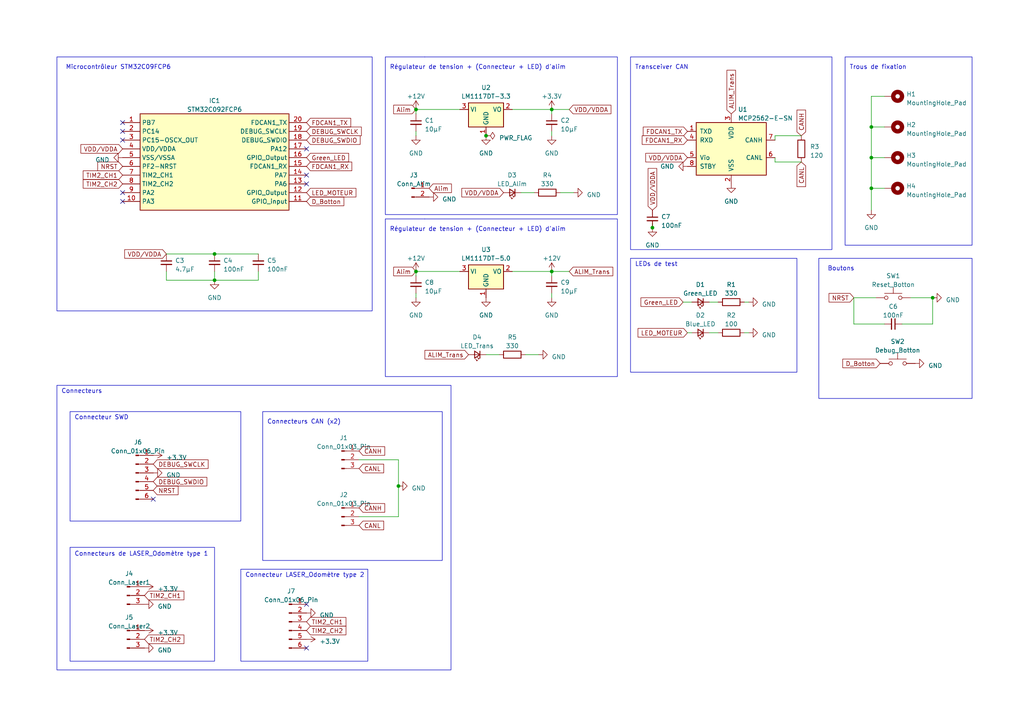
<source format=kicad_sch>
(kicad_sch (version 20250114) (generator "eeschema") (generator_version "9.0")
  (paper "A4")
  (title_block (title "PROJET_CONCEPTION_ODOMETRE") (date "2026-02-10") (rev "1.0") (company "ENSEA"))
  (lib_symbols
    (symbol "Connector:Conn_01x02_Pin" (pin_names (offset 1.016) (hide yes))
      (property "Reference" "J" (at 0 2.54 0))
      (property "Value" "Conn_01x02_Pin" (at 0 -5.08 0))
      (symbol "Conn_01x02_Pin_1_1"
        (rectangle (start 0.8636 0.127) (end 0 -0.127) (stroke (width 0.1524)) (fill (type outline)))
        (rectangle (start 0.8636 -2.413) (end 0 -2.667) (stroke (width 0.1524)) (fill (type outline)))
        (polyline (pts (xy 1.27 0) (xy 0.8636 0)) (stroke (width 0.1524)))
        (polyline (pts (xy 1.27 -2.54) (xy 0.8636 -2.54)) (stroke (width 0.1524)))
        (pin passive line (at 5.08 0 180) (length 3.81) (name "Pin_1") (number "1"))
        (pin passive line (at 5.08 -2.54 180) (length 3.81) (name "Pin_2") (number "2"))
      )
    )
    (symbol "Connector:Conn_01x03_Pin" (pin_names (offset 1.016) (hide yes))
      (property "Reference" "J" (at 0 5.08 0))
      (property "Value" "Conn_01x03_Pin" (at 0 -5.08 0))
      (symbol "Conn_01x03_Pin_1_1"
        (rectangle (start 0.8636 2.667) (end 0 2.413) (stroke (width 0.1524)) (fill (type outline)))
        (rectangle (start 0.8636 0.127) (end 0 -0.127) (stroke (width 0.1524)) (fill (type outline)))
        (rectangle (start 0.8636 -2.413) (end 0 -2.667) (stroke (width 0.1524)) (fill (type outline)))
        (polyline (pts (xy 1.27 2.54) (xy 0.8636 2.54)) (stroke (width 0.1524)))
        (polyline (pts (xy 1.27 0) (xy 0.8636 0)) (stroke (width 0.1524)))
        (polyline (pts (xy 1.27 -2.54) (xy 0.8636 -2.54)) (stroke (width 0.1524)))
        (pin passive line (at 5.08 2.54 180) (length 3.81) (name "Pin_1") (number "1"))
        (pin passive line (at 5.08 0 180) (length 3.81) (name "Pin_2") (number "2"))
        (pin passive line (at 5.08 -2.54 180) (length 3.81) (name "Pin_3") (number "3"))
      )
    )
    (symbol "Connector:Conn_01x06_Pin" (pin_names (offset 1.016) (hide yes))
      (property "Reference" "J" (at 0 7.62 0))
      (property "Value" "Conn_01x06_Pin" (at 0 -10.16 0))
      (symbol "Conn_01x06_Pin_1_1"
        (rectangle (start 0.8636 5.207) (end 0 4.953) (stroke (width 0.1524)) (fill (type outline)))
        (rectangle (start 0.8636 2.667) (end 0 2.413) (stroke (width 0.1524)) (fill (type outline)))
        (rectangle (start 0.8636 0.127) (end 0 -0.127) (stroke (width 0.1524)) (fill (type outline)))
        (rectangle (start 0.8636 -2.413) (end 0 -2.667) (stroke (width 0.1524)) (fill (type outline)))
        (rectangle (start 0.8636 -4.953) (end 0 -5.207) (stroke (width 0.1524)) (fill (type outline)))
        (rectangle (start 0.8636 -7.493) (end 0 -7.747) (stroke (width 0.1524)) (fill (type outline)))
        (polyline (pts (xy 1.27 5.08) (xy 0.8636 5.08)) (stroke (width 0.1524)))
        (polyline (pts (xy 1.27 2.54) (xy 0.8636 2.54)) (stroke (width 0.1524)))
        (polyline (pts (xy 1.27 0) (xy 0.8636 0)) (stroke (width 0.1524)))
        (polyline (pts (xy 1.27 -2.54) (xy 0.8636 -2.54)) (stroke (width 0.1524)))
        (polyline (pts (xy 1.27 -5.08) (xy 0.8636 -5.08)) (stroke (width 0.1524)))
        (polyline (pts (xy 1.27 -7.62) (xy 0.8636 -7.62)) (stroke (width 0.1524)))
        (pin passive line (at 5.08 5.08 180) (length 3.81) (name "Pin_1") (number "1"))
        (pin passive line (at 5.08 2.54 180) (length 3.81) (name "Pin_2") (number "2"))
        (pin passive line (at 5.08 0 180) (length 3.81) (name "Pin_3") (number "3"))
        (pin passive line (at 5.08 -2.54 180) (length 3.81) (name "Pin_4") (number "4"))
        (pin passive line (at 5.08 -5.08 180) (length 3.81) (name "Pin_5") (number "5"))
        (pin passive line (at 5.08 -7.62 180) (length 3.81) (name "Pin_6") (number "6"))
      )
    )
    (symbol "Device:C_Small" (pin_numbers (hide yes)) (pin_names (offset 0.254) (hide yes))
      (property "Reference" "C" (at 0.254 1.778 0))
      (property "Value" "C_Small" (at 0.254 -2.032 0))
      (symbol "C_Small_0_1"
        (polyline (pts (xy -1.524 0.508) (xy 1.524 0.508)) (stroke (width 0.3048)))
        (polyline (pts (xy -1.524 -0.508) (xy 1.524 -0.508)) (stroke (width 0.3302)))
      )
      (symbol "C_Small_1_1"
        (pin passive line (at 0 2.54 270) (length 2.032) (name "~") (number "1"))
        (pin passive line (at 0 -2.54 90) (length 2.032) (name "~") (number "2"))
      )
    )
    (symbol "Device:LED_Small" (pin_numbers (hide yes)) (pin_names (offset 0.254) (hide yes))
      (property "Reference" "D" (at -1.27 3.175 0))
      (property "Value" "LED_Small" (at -4.445 -2.54 0))
      (symbol "LED_Small_0_1"
        (polyline (pts (xy -0.762 -1.016) (xy -0.762 1.016)) (stroke (width 0.254)))
        (polyline (pts (xy 0 0.762) (xy -0.508 1.27) (xy -0.254 1.27) (xy -0.508 1.27) (xy -0.508 1.016)))
        (polyline (pts (xy 0.508 1.27) (xy 0 1.778) (xy 0.254 1.778) (xy 0 1.778) (xy 0 1.524)))
        (polyline (pts (xy 0.762 -1.016) (xy -0.762 0) (xy 0.762 1.016) (xy 0.762 -1.016)) (stroke (width 0.254)))
        (polyline (pts (xy 1.016 0) (xy -0.762 0)))
      )
      (symbol "LED_Small_1_1"
        (pin passive line (at -2.54 0 0) (length 1.778) (name "K") (number "1"))
        (pin passive line (at 2.54 0 180) (length 1.778) (name "A") (number "2"))
      )
    )
    (symbol "Device:R" (pin_numbers (hide yes)) (pin_names (offset 0))
      (property "Reference" "R" (at 2.032 0 90))
      (property "Value" "R" (at 0 0 90))
      (symbol "R_0_1"
        (rectangle (start -1.016 -2.54) (end 1.016 2.54) (stroke (width 0.254)))
      )
      (symbol "R_1_1"
        (pin passive line (at 0 3.81 270) (length 1.27) (name "~") (number "1"))
        (pin passive line (at 0 -3.81 90) (length 1.27) (name "~") (number "2"))
      )
    )
    (symbol "Interface_CAN_LIN:MCP2562-E-SN" (pin_names (offset 1.016))
      (property "Reference" "U" (at -10.16 8.89 0))
      (property "Value" "MCP2562-E-SN" (at 2.54 8.89 0))
      (symbol "MCP2562-E-SN_0_1"
        (rectangle (start -10.16 7.62) (end 10.16 -7.62) (stroke (width 0.254)) (fill (type background)))
      )
      (symbol "MCP2562-E-SN_1_1"
        (pin input line (at -12.7 5.08 0) (length 2.54) (name "TXD") (number "1"))
        (pin output line (at -12.7 2.54 0) (length 2.54) (name "RXD") (number "4"))
        (pin power_in line (at -12.7 -2.54 0) (length 2.54) (name "Vio") (number "5"))
        (pin input line (at -12.7 -5.08 0) (length 2.54) (name "STBY") (number "8"))
        (pin power_in line (at 0 10.16 270) (length 2.54) (name "VDD") (number "3"))
        (pin power_in line (at 0 -10.16 90) (length 2.54) (name "VSS") (number "2"))
        (pin bidirectional line (at 12.7 2.54 180) (length 2.54) (name "CANH") (number "7"))
        (pin bidirectional line (at 12.7 -2.54 180) (length 2.54) (name "CANL") (number "6"))
      )
    )
    (symbol "Mechanical:MountingHole_Pad" (pin_numbers (hide yes)) (pin_names (offset 1.016) (hide yes))
      (property "Reference" "H" (at 0 6.35 0))
      (property "Value" "MountingHole_Pad" (at 0 4.445 0))
      (symbol "MountingHole_Pad_0_1"
        (circle (center 0 1.27) (radius 1.27) (stroke (width 1.27)))
      )
      (symbol "MountingHole_Pad_1_1"
        (pin input line (at 0 -2.54 90) (length 2.54) (name "1") (number "1"))
      )
    )
    (symbol "Regulator_Linear:LM1117DT-3.3"
      (property "Reference" "U" (at -3.81 3.175 0))
      (property "Value" "LM1117DT-3.3" (at 0 3.175 0))
      (symbol "LM1117DT-3.3_0_1"
        (rectangle (start -5.08 -5.08) (end 5.08 1.905) (stroke (width 0.254)) (fill (type background)))
      )
      (symbol "LM1117DT-3.3_1_1"
        (pin power_in line (at -7.62 0 0) (length 2.54) (name "VI") (number "3"))
        (pin power_in line (at 0 -7.62 90) (length 2.54) (name "GND") (number "1"))
        (pin power_out line (at 7.62 0 180) (length 2.54) (name "VO") (number "2"))
      )
    )
    (symbol "Regulator_Linear:LM1117DT-5.0"
      (property "Reference" "U" (at -3.81 3.175 0))
      (property "Value" "LM1117DT-5.0" (at 0 3.175 0))
      (symbol "LM1117DT-5.0_0_1"
        (rectangle (start -5.08 -5.08) (end 5.08 1.905) (stroke (width 0.254)) (fill (type background)))
      )
      (symbol "LM1117DT-5.0_1_1"
        (pin power_in line (at -7.62 0 0) (length 2.54) (name "VI") (number "3"))
        (pin power_in line (at 0 -7.62 90) (length 2.54) (name "GND") (number "1"))
        (pin power_out line (at 7.62 0 180) (length 2.54) (name "VO") (number "2"))
      )
    )
    (symbol "STM32C092FCP6:STM32C092FCP6"
      (property "Reference" "IC1" (at 26.67 6.35 0))
      (property "Value" "STM32C092FCP6" (at 26.67 3.81 0))
      (symbol "STM32C092FCP6_1_1"
        (rectangle (start 5.08 2.54) (end 48.26 -25.4) (stroke (width 0.254)) (fill (type background)))
        (pin passive line (at 0 0 0) (length 5.08) (name "PB7") (number "1"))
        (pin passive line (at 0 -2.54 0) (length 5.08) (name "PC14") (number "2"))
        (pin passive line (at 0 -5.08 0) (length 5.08) (name "PC15-OSCX_OUT") (number "3"))
        (pin passive line (at 0 -7.62 0) (length 5.08) (name "VDD/VDDA") (number "4"))
        (pin passive line (at 0 -10.16 0) (length 5.08) (name "VSS/VSSA") (number "5"))
        (pin passive line (at 0 -12.7 0) (length 5.08) (name "PF2-NRST") (number "6"))
        (pin passive line (at 0 -15.24 0) (length 5.08) (name "TIM2_CH1") (number "7"))
        (pin passive line (at 0 -17.78 0) (length 5.08) (name "TIM2_CH2") (number "8"))
        (pin passive line (at 0 -20.32 0) (length 5.08) (name "PA2") (number "9"))
        (pin passive line (at 0 -22.86 0) (length 5.08) (name "PA3") (number "10"))
        (pin passive line (at 53.34 0 180) (length 5.08) (name "FDCAN1_TX") (number "20"))
        (pin passive line (at 53.34 -2.54 180) (length 5.08) (name "DEBUG_SWCLK") (number "19"))
        (pin passive line (at 53.34 -5.08 180) (length 5.08) (name "DEBUG_SWDIO") (number "18"))
        (pin passive line (at 53.34 -7.62 180) (length 5.08) (name "PA12") (number "17"))
        (pin passive line (at 53.34 -10.16 180) (length 5.08) (name "GPIO_Output") (number "16"))
        (pin passive line (at 53.34 -12.7 180) (length 5.08) (name "FDCAN1_RX") (number "15"))
        (pin passive line (at 53.34 -15.24 180) (length 5.08) (name "PA7") (number "14"))
        (pin passive line (at 53.34 -17.78 180) (length 5.08) (name "PA6") (number "13"))
        (pin passive line (at 53.34 -20.32 180) (length 5.08) (name "GPIO_Output") (number "12"))
        (pin passive line (at 53.34 -22.86 180) (length 5.08) (name "GPIO_input") (number "11"))
      )
    )
    (symbol "Switch:SW_Push" (pin_numbers (hide yes)) (pin_names (offset 1.016) (hide yes))
      (property "Reference" "SW" (at 1.27 2.54 0))
      (property "Value" "SW_Push" (at 0 -1.524 0))
      (symbol "SW_Push_0_1"
        (circle (center -2.032 0) (radius 0.508))
        (polyline (pts (xy 0 1.27) (xy 0 3.048)))
        (circle (center 2.032 0) (radius 0.508))
        (polyline (pts (xy 2.54 1.27) (xy -2.54 1.27)))
        (pin passive line (at -5.08 0 0) (length 2.54) (name "1") (number "1"))
        (pin passive line (at 5.08 0 180) (length 2.54) (name "2") (number "2"))
      )
    )
    (symbol "power:+12V" (power) (pin_names (offset 0))
      (property "Value" "+12V" (at 0 3.556 0))
      (symbol "+12V_0_1"
        (polyline (pts (xy -0.762 1.27) (xy 0 2.54)))
        (polyline (pts (xy 0 2.54) (xy 0.762 1.27)))
        (polyline (pts (xy 0 0) (xy 0 2.54)))
      )
      (symbol "+12V_1_1"
        (pin power_in line (at 0 0 90) (length 0) (hide yes) (name "+12V") (number "1"))
      )
    )
    (symbol "power:+3.3V" (power) (pin_names (offset 0))
      (property "Value" "+3.3V" (at 0 3.556 0))
      (symbol "+3.3V_0_1"
        (polyline (pts (xy -0.762 1.27) (xy 0 2.54)))
        (polyline (pts (xy 0 2.54) (xy 0.762 1.27)))
        (polyline (pts (xy 0 0) (xy 0 2.54)))
      )
      (symbol "+3.3V_1_1"
        (pin power_in line (at 0 0 90) (length 0) (hide yes) (name "+3.3V") (number "1"))
      )
    )
    (symbol "power:GND" (power) (pin_names (offset 0))
      (property "Value" "GND" (at 0 -3.81 0))
      (symbol "GND_0_1"
        (polyline (pts (xy 0 0) (xy 0 -1.27) (xy 1.27 -1.27) (xy 0 -2.54) (xy -1.27 -1.27) (xy 0 -1.27)))
      )
      (symbol "GND_1_1"
        (pin power_in line (at 0 0 270) (length 0) (hide yes) (name "GND") (number "1"))
      )
    )
    (symbol "power:PWR_FLAG" (power) (pin_numbers (hide yes)) (pin_names (offset 0) (hide yes))
      (property "Value" "PWR_FLAG" (at 0 3.81 0))
      (symbol "PWR_FLAG_0_0"
        (pin power_out line (at 0 0 90) (length 0) (name "pwr") (number "1"))
      )
      (symbol "PWR_FLAG_0_1"
        (polyline (pts (xy 0 0) (xy 0 1.27) (xy -1.016 1.905) (xy 0 2.54) (xy 1.016 1.905) (xy 0 1.27)))
      )
    )
  )
  (rectangle (start 16.51 111.76) (end 130.81 194.31))
  (rectangle (start 237.49 74.93) (end 281.94 115.57))
  (rectangle (start 182.88 74.93) (end 231.14 107.95))
  (rectangle (start 76.2 119.38) (end 128.27 162.56))
  (rectangle (start 16.51 16.51) (end 107.95 90.17))
  (rectangle (start 20.32 119.38) (end 69.85 151.13))
  (rectangle (start 123.19 16.51) (end 123.19 16.51))
  (rectangle (start 245.11 16.51) (end 281.94 71.12))
  (rectangle (start 111.76 16.51) (end 179.07 62.23))
  (rectangle (start 111.76 63.5) (end 179.07 109.22))
  (rectangle (start 182.88 16.51) (end 241.3 72.39))
  (rectangle (start 201.93 91.44) (end 201.93 91.44))
  (rectangle (start 20.32 158.75) (end 62.23 191.77))
  (rectangle (start 69.85 165.1) (end 106.68 191.77))
  (rectangle (start 123.19 63.5) (end 123.19 63.5))
  (text "LEDs de test\n" (at 184.15 77.47 0) (effects (font (size 1.27 1.27)) (justify left bottom)))
  (text "Transceiver CAN\n" (at 184.15 20.32 0) (effects (font (size 1.27 1.27)) (justify left bottom)))
  (text "Connecteurs CAN (x2)\n" (at 77.47 123.19 0) (effects (font (size 1.27 1.27)) (justify left bottom)))
  (text "Régulateur de tension + (Connecteur + LED) d'alim" (at 113.03 67.31 0) (effects (font (size 1.27 1.27)) (justify left bottom)))
  (text "Connecteur SWD " (at 21.59 121.92 0) (effects (font (size 1.27 1.27)) (justify left bottom)))
  (text "Connecteurs de LASER_Odomètre type 1\n\n\n\n" (at 21.59 167.64 0) (effects (font (size 1.27 1.27)) (justify left bottom)))
  (text "Connecteurs\n" (at 17.78 114.3 0) (effects (font (size 1.27 1.27)) (justify left bottom)))
  (text "Boutons" (at 240.03 78.74 0) (effects (font (size 1.27 1.27)) (justify left bottom)))
  (text "Régulateur de tension + (Connecteur + LED) d'alim" (at 113.03 20.32 0) (effects (font (size 1.27 1.27)) (justify left bottom)))
  (text "Connecteur LASER_Odomètre type 2\n" (at 71.12 167.64 0) (effects (font (size 1.27 1.27)) (justify left bottom)))
  (text "Microcontrôleur STM32C09FCP6\n" (at 19.05 20.32 0) (effects (font (size 1.27 1.27)) (justify left bottom)))
  (text "Trous de fixation\n" (at 246.38 20.32 0) (effects (font (size 1.27 1.27)) (justify left bottom)))
  (junction (at 62.23 73.66))
  (junction (at 120.65 78.74))
  (junction (at 189.23 66.04))
  (junction (at 252.73 36.83))
  (junction (at 252.73 54.61))
  (junction (at 160.02 78.74))
  (junction (at 160.02 31.75))
  (junction (at 62.23 81.28))
  (junction (at 270.51 86.36))
  (junction (at 252.73 45.72))
  (junction (at 115.57 140.97))
  (junction (at 140.97 39.37))
  (junction (at 120.65 31.75))
  (no_connect (at 88.9 175.26))
  (no_connect (at 35.56 35.56))
  (no_connect (at 88.9 50.8))
  (no_connect (at 88.9 53.34))
  (no_connect (at 44.45 144.78))
  (no_connect (at 35.56 55.88))
  (no_connect (at 88.9 43.18))
  (no_connect (at 35.56 58.42))
  (no_connect (at 88.9 187.96))
  (no_connect (at 35.56 40.64))
  (no_connect (at 35.56 38.1))
  (wire (pts (xy 224.79 39.37) (xy 232.41 39.37)))
  (wire (pts (xy 160.02 39.37) (xy 160.02 38.1)))
  (wire (pts (xy 120.65 78.74) (xy 120.65 80.01)))
  (wire (pts (xy 205.74 96.52) (xy 208.28 96.52)))
  (wire (pts (xy 270.51 93.98) (xy 270.51 86.36)))
  (wire (pts (xy 252.73 36.83) (xy 252.73 45.72)))
  (wire (pts (xy 62.23 78.74) (xy 62.23 81.28)))
  (wire (pts (xy 252.73 45.72) (xy 252.73 54.61)))
  (wire (pts (xy 224.79 45.72) (xy 224.79 46.99)))
  (wire (pts (xy 148.59 31.75) (xy 160.02 31.75)))
  (wire (pts (xy 252.73 27.94) (xy 252.73 36.83)))
  (wire (pts (xy 247.65 86.36) (xy 247.65 93.98)))
  (wire (pts (xy 152.4 102.87) (xy 156.21 102.87)))
  (wire (pts (xy 74.93 78.74) (xy 74.93 81.28)))
  (wire (pts (xy 62.23 81.28) (xy 74.93 81.28)))
  (wire (pts (xy 115.57 149.86) (xy 104.14 149.86)))
  (wire (pts (xy 256.54 27.94) (xy 252.73 27.94)))
  (wire (pts (xy 115.57 140.97) (xy 115.57 149.86)))
  (wire (pts (xy 252.73 36.83) (xy 256.54 36.83)))
  (wire (pts (xy 205.74 87.63) (xy 208.28 87.63)))
  (wire (pts (xy 247.65 93.98) (xy 256.54 93.98)))
  (wire (pts (xy 165.1 31.75) (xy 160.02 31.75)))
  (wire (pts (xy 215.9 96.52) (xy 217.17 96.52)))
  (wire (pts (xy 252.73 54.61) (xy 252.73 60.96)))
  (wire (pts (xy 48.26 78.74) (xy 48.26 81.28)))
  (wire (pts (xy 148.59 78.74) (xy 160.02 78.74)))
  (wire (pts (xy 120.65 31.75) (xy 120.65 33.02)))
  (wire (pts (xy 160.02 86.36) (xy 160.02 85.09)))
  (wire (pts (xy 160.02 78.74) (xy 160.02 80.01)))
  (wire (pts (xy 189.23 66.04) (xy 189.23 64.77)))
  (wire (pts (xy 120.65 31.75) (xy 133.35 31.75)))
  (wire (pts (xy 261.62 93.98) (xy 270.51 93.98)))
  (wire (pts (xy 62.23 73.66) (xy 74.93 73.66)))
  (wire (pts (xy 120.65 78.74) (xy 133.35 78.74)))
  (wire (pts (xy 115.57 133.35) (xy 115.57 140.97)))
  (wire (pts (xy 215.9 87.63) (xy 217.17 87.63)))
  (wire (pts (xy 48.26 73.66) (xy 62.23 73.66)))
  (wire (pts (xy 252.73 45.72) (xy 256.54 45.72)))
  (wire (pts (xy 224.79 46.99) (xy 232.41 46.99)))
  (wire (pts (xy 48.26 81.28) (xy 62.23 81.28)))
  (wire (pts (xy 151.13 55.88) (xy 154.94 55.88)))
  (wire (pts (xy 140.97 102.87) (xy 144.78 102.87)))
  (wire (pts (xy 224.79 40.64) (xy 224.79 39.37)))
  (wire (pts (xy 198.12 87.63) (xy 200.66 87.63)))
  (wire (pts (xy 120.65 85.09) (xy 120.65 86.36)))
  (wire (pts (xy 254 86.36) (xy 247.65 86.36)))
  (wire (pts (xy 120.65 38.1) (xy 120.65 39.37)))
  (wire (pts (xy 252.73 54.61) (xy 256.54 54.61)))
  (wire (pts (xy 104.14 133.35) (xy 115.57 133.35)))
  (wire (pts (xy 162.56 55.88) (xy 166.37 55.88)))
  (wire (pts (xy 165.1 78.74) (xy 160.02 78.74)))
  (wire (pts (xy 270.51 86.36) (xy 264.16 86.36)))
  (wire (pts (xy 199.39 96.52) (xy 200.66 96.52)))
  (wire (pts (xy 160.02 31.75) (xy 160.02 33.02)))
  (global_label "FDCAN1_RX" (shape input) (at 199.39 40.64 180) (property "Intersheetrefs" "${INTERSHEET_REFS}" (effects (hide yes))))
  (global_label "Alim" (shape input) (at 124.46 54.61 0) (property "Intersheetrefs" "${INTERSHEET_REFS}" (effects (hide yes))))
  (global_label "DEBUG_SWCLK" (shape input) (at 44.45 134.62 0) (property "Intersheetrefs" "${INTERSHEET_REFS}" (effects (hide yes))))
  (global_label "Green_LED" (shape input) (at 198.12 87.63 180) (property "Intersheetrefs" "${INTERSHEET_REFS}" (effects (hide yes))))
  (global_label "TIM2_CH2" (shape input) (at 41.91 185.42 0) (property "Intersheetrefs" "${INTERSHEET_REFS}" (effects (hide yes))))
  (global_label "LED_MOTEUR" (shape input) (at 199.39 96.52 180) (property "Intersheetrefs" "${INTERSHEET_REFS}" (effects (hide yes))))
  (global_label "TIM2_CH1" (shape input) (at 35.56 50.8 180) (property "Intersheetrefs" "${INTERSHEET_REFS}" (effects (hide yes))))
  (global_label "TIM2_CH1" (shape input) (at 88.9 180.34 0) (property "Intersheetrefs" "${INTERSHEET_REFS}" (effects (hide yes))))
  (global_label "VDD{slash}VDDA" (shape input) (at 189.23 60.96 90) (property "Intersheetrefs" "${INTERSHEET_REFS}" (effects (hide yes))))
  (global_label "FDCAN1_RX" (shape input) (at 88.9 48.26 0) (property "Intersheetrefs" "${INTERSHEET_REFS}" (effects (hide yes))))
  (global_label "CANH" (shape input) (at 232.41 39.37 90) (property "Intersheetrefs" "${INTERSHEET_REFS}" (effects (hide yes))))
  (global_label "Green_LED" (shape input) (at 88.9 45.72 0) (property "Intersheetrefs" "${INTERSHEET_REFS}" (effects (hide yes))))
  (global_label "FDCAN1_TX" (shape input) (at 199.39 38.1 180) (property "Intersheetrefs" "${INTERSHEET_REFS}" (effects (hide yes))))
  (global_label "VDD{slash}VDDA" (shape input) (at 165.1 31.75 0) (property "Intersheetrefs" "${INTERSHEET_REFS}" (effects (hide yes))))
  (global_label "CANL" (shape input) (at 104.14 152.4 0) (property "Intersheetrefs" "${INTERSHEET_REFS}" (effects (hide yes))))
  (global_label "VDD{slash}VDDA" (shape input) (at 48.26 73.66 180) (property "Intersheetrefs" "${INTERSHEET_REFS}" (effects (hide yes))))
  (global_label "CANH" (shape input) (at 104.14 147.32 0) (property "Intersheetrefs" "${INTERSHEET_REFS}" (effects (hide yes))))
  (global_label "VDD{slash}VDDA" (shape input) (at 35.56 43.18 180) (property "Intersheetrefs" "${INTERSHEET_REFS}" (effects (hide yes))))
  (global_label "TIM2_CH2" (shape input) (at 35.56 53.34 180) (property "Intersheetrefs" "${INTERSHEET_REFS}" (effects (hide yes))))
  (global_label "NRST" (shape input) (at 247.65 86.36 180) (property "Intersheetrefs" "${INTERSHEET_REFS}" (effects (hide yes))))
  (global_label "Alim" (shape input) (at 120.65 78.74 180) (property "Intersheetrefs" "${INTERSHEET_REFS}" (effects (hide yes))))
  (global_label "TIM2_CH2" (shape input) (at 88.9 182.88 0) (property "Intersheetrefs" "${INTERSHEET_REFS}" (effects (hide yes))))
  (global_label "NRST" (shape input) (at 44.45 142.24 0) (property "Intersheetrefs" "${INTERSHEET_REFS}" (effects (hide yes))))
  (global_label "D_Botton" (shape input) (at 88.9 58.42 0) (property "Intersheetrefs" "${INTERSHEET_REFS}" (effects (hide yes))))
  (global_label "VDD{slash}VDDA" (shape input) (at 199.39 45.72 180) (property "Intersheetrefs" "${INTERSHEET_REFS}" (effects (hide yes))))
  (global_label "DEBUG_SWCLK" (shape input) (at 88.9 38.1 0) (property "Intersheetrefs" "${INTERSHEET_REFS}" (effects (hide yes))))
  (global_label "CANL" (shape input) (at 232.41 46.99 270) (property "Intersheetrefs" "${INTERSHEET_REFS}" (effects (hide yes))))
  (global_label "CANH" (shape input) (at 104.14 130.81 0) (property "Intersheetrefs" "${INTERSHEET_REFS}" (effects (hide yes))))
  (global_label "Alim" (shape input) (at 120.65 31.75 180) (property "Intersheetrefs" "${INTERSHEET_REFS}" (effects (hide yes))))
  (global_label "NRST" (shape input) (at 35.56 48.26 180) (property "Intersheetrefs" "${INTERSHEET_REFS}" (effects (hide yes))))
  (global_label "TIM2_CH1" (shape input) (at 41.91 172.72 0) (property "Intersheetrefs" "${INTERSHEET_REFS}" (effects (hide yes))))
  (global_label "ALIM_Trans" (shape input) (at 212.09 33.02 90) (property "Intersheetrefs" "${INTERSHEET_REFS}" (effects (hide yes))))
  (global_label "LED_MOTEUR" (shape input) (at 88.9 55.88 0) (property "Intersheetrefs" "${INTERSHEET_REFS}" (effects (hide yes))))
  (global_label "FDCAN1_TX" (shape input) (at 88.9 35.56 0) (property "Intersheetrefs" "${INTERSHEET_REFS}" (effects (hide yes))))
  (global_label "D_Botton" (shape input) (at 255.27 105.41 180) (property "Intersheetrefs" "${INTERSHEET_REFS}" (effects (hide yes))))
  (global_label "DEBUG_SWDIO" (shape input) (at 88.9 40.64 0) (property "Intersheetrefs" "${INTERSHEET_REFS}" (effects (hide yes))))
  (global_label "ALIM_Trans" (shape input) (at 165.1 78.74 0) (property "Intersheetrefs" "${INTERSHEET_REFS}" (effects (hide yes))))
  (global_label "ALIM_Trans" (shape input) (at 135.89 102.87 180) (property "Intersheetrefs" "${INTERSHEET_REFS}" (effects (hide yes))))
  (global_label "CANL" (shape input) (at 104.14 135.89 0) (property "Intersheetrefs" "${INTERSHEET_REFS}" (effects (hide yes))))
  (global_label "DEBUG_SWDIO" (shape input) (at 44.45 139.7 0) (property "Intersheetrefs" "${INTERSHEET_REFS}" (effects (hide yes))))
  (global_label "VDD{slash}VDDA" (shape input) (at 146.05 55.88 180) (property "Intersheetrefs" "${INTERSHEET_REFS}" (effects (hide yes))))
  (symbol (lib_id "power:GND") (at 265.43 105.41 90) (unit 1)
    (property "Reference" "#PWR026" (effects (hide yes)))
    (property "Value" "GND" (at 269.24 106.045 90) (effects (justify right)))
  )
  (symbol (lib_id "Device:C_Small") (at 62.23 76.2 0) (unit 1)
    (property "Reference" "C4" (at 64.77 75.5713 0) (effects (justify left)))
    (property "Value" "100nF" (at 64.77 78.1113 0) (effects (justify left)))
    (property "Footprint" "Capacitor_SMD:C_0805_2012Metric_Pad1.18x1.45mm_HandSolder" (effects (hide yes)))
  )
  (symbol (lib_id "Device:R") (at 158.75 55.88 90) (unit 1)
    (property "Reference" "R4" (at 158.75 50.8 90))
    (property "Value" "330" (at 158.75 53.34 90))
    (property "Footprint" "Resistor_SMD:R_0603_1608Metric_Pad0.98x0.95mm_HandSolder" (effects (hide yes)))
  )
  (symbol (lib_id "Switch:SW_Push") (at 260.35 105.41 0) (unit 1)
    (property "Reference" "SW2" (at 260.35 99.06 0))
    (property "Value" "Debug_Botton" (at 260.35 101.6 0))
    (property "Footprint" "Button_Switch_THT:SW_PUSH_6mm" (effects (hide yes)))
  )
  (symbol (lib_id "power:+3.3V") (at 41.91 170.18 270) (unit 1)
    (property "Reference" "#PWR017" (effects (hide yes)))
    (property "Value" "+3.3V" (at 45.72 170.815 90) (effects (justify left)))
  )
  (symbol (lib_id "Device:R") (at 148.59 102.87 90) (unit 1)
    (property "Reference" "R5" (at 148.59 97.79 90))
    (property "Value" "330" (at 148.59 100.33 90))
    (property "Footprint" "Resistor_SMD:R_0603_1608Metric_Pad0.98x0.95mm_HandSolder" (effects (hide yes)))
  )
  (symbol (lib_id "power:+3.3V") (at 44.45 132.08 270) (unit 1)
    (property "Reference" "#PWR012" (effects (hide yes)))
    (property "Value" "+3.3V" (at 48.26 132.715 90) (effects (justify left)))
  )
  (symbol (lib_id "power:GND") (at 160.02 39.37 0) (unit 1)
    (property "Reference" "#PWR024" (effects (hide yes)))
    (property "Value" "GND" (at 160.02 44.45 0))
  )
  (symbol (lib_id "Device:C_Small") (at 160.02 82.55 0) (unit 1)
    (property "Reference" "C9" (at 162.56 81.9213 0) (effects (justify left)))
    (property "Value" "10µF" (at 162.56 84.4613 0) (effects (justify left)))
    (property "Footprint" "Capacitor_SMD:C_0805_2012Metric_Pad1.18x1.45mm_HandSolder" (effects (hide yes)))
  )
  (symbol (lib_id "Device:R") (at 232.41 43.18 0) (unit 1)
    (property "Reference" "R3" (at 234.95 42.545 0) (effects (justify left)))
    (property "Value" "120" (at 234.95 45.085 0) (effects (justify left)))
    (property "Footprint" "Resistor_SMD:R_0603_1608Metric_Pad0.98x0.95mm_HandSolder" (effects (hide yes)))
  )
  (symbol (lib_id "Connector:Conn_01x03_Pin") (at 36.83 172.72 0) (unit 1)
    (property "Reference" "J4" (at 37.465 166.37 0))
    (property "Value" "Conn_Laser1" (at 37.465 168.91 0))
    (property "Footprint" "Connector:FanPinHeader_1x03_P2.54mm_Vertical" (effects (hide yes)))
  )
  (symbol (lib_id "power:+12V") (at 160.02 78.74 0) (unit 1)
    (property "Reference" "#PWR030" (effects (hide yes)))
    (property "Value" "+12V" (at 160.02 74.93 0))
  )
  (symbol (lib_id "power:GND") (at 120.65 39.37 0) (unit 1)
    (property "Reference" "#PWR014" (effects (hide yes)))
    (property "Value" "GND" (at 120.65 44.45 0))
  )
  (symbol (lib_id "Device:C_Small") (at 160.02 35.56 0) (unit 1)
    (property "Reference" "C2" (at 162.56 34.9313 0) (effects (justify left)))
    (property "Value" "10µF" (at 162.56 37.4713 0) (effects (justify left)))
    (property "Footprint" "Capacitor_SMD:C_0805_2012Metric_Pad1.18x1.45mm_HandSolder" (effects (hide yes)))
  )
  (symbol (lib_id "Interface_CAN_LIN:MCP2562-E-SN") (at 212.09 43.18 0) (unit 1)
    (property "Reference" "U1" (at 214.0459 31.75 0) (effects (justify left)))
    (property "Value" "MCP2562-E-SN" (at 214.0459 34.29 0) (effects (justify left)))
    (property "Footprint" "Package_SO:SOIC-8_3.9x4.9mm_P1.27mm" (effects (hide yes)))
    (property "Datasheet" "http://ww1.microchip.com/downloads/en/DeviceDoc/25167A.pdf" (effects (hide yes)))
  )
  (symbol (lib_id "Device:R") (at 212.09 87.63 90) (unit 1)
    (property "Reference" "R1" (at 212.09 82.55 90))
    (property "Value" "330" (at 212.09 85.09 90))
    (property "Footprint" "Resistor_SMD:R_0603_1608Metric_Pad0.98x0.95mm_HandSolder" (effects (hide yes)))
  )
  (symbol (lib_id "Mechanical:MountingHole_Pad") (at 259.08 36.83 270) (unit 1)
    (property "Reference" "H2" (at 262.89 36.195 90) (effects (justify left)))
    (property "Value" "MountingHole_Pad" (at 262.89 38.735 90) (effects (justify left)))
    (property "Footprint" "MountingHole:MountingHole_3.2mm_M3_DIN965_Pad" (effects (hide yes)))
  )
  (symbol (lib_id "power:+3.3V") (at 160.02 31.75 0) (unit 1)
    (property "Reference" "#PWR03" (effects (hide yes)))
    (property "Value" "+3.3V" (at 160.02 27.94 0))
  )
  (symbol (lib_id "power:GND") (at 189.23 66.04 0) (unit 1)
    (property "Reference" "#PWR027" (effects (hide yes)))
    (property "Value" "GND" (at 189.23 71.12 0))
  )
  (symbol (lib_id "Device:C_Small") (at 259.08 93.98 270) (unit 1)
    (property "Reference" "C6" (at 259.0736 88.9 90))
    (property "Value" "100nF" (at 259.0736 91.44 90))
    (property "Footprint" "Capacitor_SMD:C_0805_2012Metric_Pad1.18x1.45mm_HandSolder" (effects (hide yes)))
  )
  (symbol (lib_id "power:GND") (at 41.91 175.26 90) (unit 1)
    (property "Reference" "#PWR018" (effects (hide yes)))
    (property "Value" "GND" (at 45.72 175.895 90) (effects (justify right)))
  )
  (symbol (lib_id "power:GND") (at 120.65 86.36 0) (unit 1)
    (property "Reference" "#PWR029" (effects (hide yes)))
    (property "Value" "GND" (at 120.65 91.44 0))
  )
  (symbol (lib_id "power:GND") (at 115.57 140.97 90) (unit 1)
    (property "Reference" "#PWR022" (effects (hide yes)))
    (property "Value" "GND" (at 119.38 141.605 90) (effects (justify right)))
  )
  (symbol (lib_id "power:GND") (at 160.02 86.36 0) (unit 1)
    (property "Reference" "#PWR033" (effects (hide yes)))
    (property "Value" "GND" (at 160.02 91.44 0))
  )
  (symbol (lib_id "Regulator_Linear:LM1117DT-3.3") (at 140.97 31.75 0) (unit 1)
    (property "Reference" "U2" (at 140.97 25.4 0))
    (property "Value" "LM1117DT-3.3" (at 140.97 27.94 0))
    (property "Footprint" "Package_TO_SOT_SMD:TO-252-3_TabPin2" (effects (hide yes)))
    (property "Datasheet" "http://www.ti.com/lit/ds/symlink/lm1117.pdf" (effects (hide yes)))
  )
  (symbol (lib_id "power:GND") (at 62.23 81.28 0) (unit 1)
    (property "Reference" "#PWR06" (effects (hide yes)))
    (property "Value" "GND" (at 62.23 86.36 0))
  )
  (symbol (lib_id "power:+12V") (at 120.65 78.74 0) (unit 1)
    (property "Reference" "#PWR028" (effects (hide yes)))
    (property "Value" "+12V" (at 120.65 74.93 0))
  )
  (symbol (lib_id "power:+12V") (at 120.65 31.75 0) (unit 1)
    (property "Reference" "#PWR05" (effects (hide yes)))
    (property "Value" "+12V" (at 120.65 27.94 0))
  )
  (symbol (lib_id "power:+3.3V") (at 41.91 182.88 270) (unit 1)
    (property "Reference" "#PWR020" (effects (hide yes)))
    (property "Value" "+3.3V" (at 45.72 183.515 90) (effects (justify left)))
  )
  (symbol (lib_id "power:+3.3V") (at 88.9 185.42 270) (unit 1)
    (property "Reference" "#PWR025" (effects (hide yes)))
    (property "Value" "+3.3V" (at 92.71 186.055 90) (effects (justify left)))
  )
  (symbol (lib_id "power:GND") (at 166.37 55.88 90) (unit 1)
    (property "Reference" "#PWR011" (effects (hide yes)))
    (property "Value" "GND" (at 170.18 56.515 90) (effects (justify right)))
  )
  (symbol (lib_id "power:PWR_FLAG") (at 140.97 39.37 270) (unit 1)
    (property "Reference" "#FLG02" (effects (hide yes)))
    (property "Value" "PWR_FLAG" (at 144.78 40.005 90) (effects (justify left)))
  )
  (symbol (lib_id "power:GND") (at 44.45 137.16 90) (unit 1)
    (property "Reference" "#PWR013" (effects (hide yes)))
    (property "Value" "GND" (at 48.26 137.795 90) (effects (justify right)))
  )
  (symbol (lib_id "Connector:Conn_01x03_Pin") (at 36.83 185.42 0) (unit 1)
    (property "Reference" "J5" (at 37.465 179.07 0))
    (property "Value" "Conn_Laser2" (at 37.465 181.61 0))
    (property "Footprint" "Connector:FanPinHeader_1x03_P2.54mm_Vertical" (effects (hide yes)))
  )
  (symbol (lib_id "Device:C_Small") (at 48.26 76.2 0) (unit 1)
    (property "Reference" "C3" (at 50.8 75.5713 0) (effects (justify left)))
    (property "Value" "4.7µF" (at 50.8 78.1113 0) (effects (justify left)))
    (property "Footprint" "Capacitor_SMD:C_0805_2012Metric_Pad1.18x1.45mm_HandSolder" (effects (hide yes)))
  )
  (symbol (lib_id "power:GND") (at 124.46 57.15 90) (unit 1)
    (property "Reference" "#PWR019" (effects (hide yes)))
    (property "Value" "GND" (at 128.27 57.785 90) (effects (justify right)))
  )
  (symbol (lib_id "Device:LED_Small") (at 148.59 55.88 180) (unit 1)
    (property "Reference" "D3" (at 148.5265 50.8 0))
    (property "Value" "LED_Alim" (at 148.5265 53.34 0))
    (property "Footprint" "Diode_SMD:D_0603_1608Metric_Pad1.05x0.95mm_HandSolder" (effects (hide yes)))
  )
  (symbol (lib_id "power:GND") (at 212.09 53.34 0) (unit 1)
    (property "Reference" "#PWR016" (effects (hide yes)))
    (property "Value" "GND" (at 212.09 58.42 0))
  )
  (symbol (lib_id "Device:LED_Small") (at 138.43 102.87 180) (unit 1)
    (property "Reference" "D4" (at 138.3665 97.79 0))
    (property "Value" "LED_Trans" (at 138.3665 100.33 0))
    (property "Footprint" "Diode_SMD:D_0603_1608Metric_Pad1.05x0.95mm_HandSolder" (effects (hide yes)))
  )
  (symbol (lib_id "power:GND") (at 217.17 96.52 90) (unit 1)
    (property "Reference" "#PWR08" (effects (hide yes)))
    (property "Value" "GND" (at 220.98 97.155 90) (effects (justify right)))
  )
  (symbol (lib_id "Connector:Conn_01x03_Pin") (at 99.06 149.86 0) (unit 1)
    (property "Reference" "J2" (at 99.695 143.51 0))
    (property "Value" "Conn_01x03_Pin" (at 99.695 146.05 0))
    (property "Footprint" "Connector_PinHeader_2.54mm:PinHeader_1x03_P2.54mm_Vertical" (effects (hide yes)))
  )
  (symbol (lib_id "power:GND") (at 252.73 60.96 0) (unit 1)
    (property "Reference" "#PWR01" (effects (hide yes)))
    (property "Value" "GND" (at 252.73 66.04 0))
  )
  (symbol (lib_id "power:GND") (at 217.17 87.63 90) (unit 1)
    (property "Reference" "#PWR02" (effects (hide yes)))
    (property "Value" "GND" (at 220.98 88.265 90) (effects (justify right)))
  )
  (symbol (lib_id "power:GND") (at 35.56 45.72 270) (unit 1)
    (property "Reference" "#PWR015" (effects (hide yes)))
    (property "Value" "GND" (at 31.75 46.355 90) (effects (justify right)))
  )
  (symbol (lib_id "Mechanical:MountingHole_Pad") (at 259.08 45.72 270) (unit 1)
    (property "Reference" "H3" (at 262.89 45.085 90) (effects (justify left)))
    (property "Value" "MountingHole_Pad" (at 262.89 47.625 90) (effects (justify left)))
    (property "Footprint" "MountingHole:MountingHole_3.2mm_M3_DIN965_Pad" (effects (hide yes)))
  )
  (symbol (lib_id "power:GND") (at 41.91 187.96 90) (unit 1)
    (property "Reference" "#PWR021" (effects (hide yes)))
    (property "Value" "GND" (at 45.72 188.595 90) (effects (justify right)))
  )
  (symbol (lib_id "power:GND") (at 270.51 86.36 90) (unit 1)
    (property "Reference" "#PWR07" (effects (hide yes)))
    (property "Value" "GND" (at 274.32 86.995 90) (effects (justify right)))
  )
  (symbol (lib_id "Mechanical:MountingHole_Pad") (at 259.08 27.94 270) (unit 1)
    (property "Reference" "H1" (at 262.89 27.305 90) (effects (justify left)))
    (property "Value" "MountingHole_Pad" (at 262.89 29.845 90) (effects (justify left)))
    (property "Footprint" "MountingHole:MountingHole_3.2mm_M3_DIN965_Pad" (effects (hide yes)))
  )
  (symbol (lib_id "Device:C_Small") (at 74.93 76.2 180) (unit 1)
    (property "Reference" "C5" (at 77.47 75.5586 0) (effects (justify right)))
    (property "Value" "100nF" (at 77.47 78.0986 0) (effects (justify right)))
    (property "Footprint" "Capacitor_SMD:C_0805_2012Metric_Pad1.18x1.45mm_HandSolder" (effects (hide yes)))
  )
  (symbol (lib_id "power:GND") (at 88.9 177.8 90) (unit 1)
    (property "Reference" "#PWR023" (effects (hide yes)))
    (property "Value" "GND" (at 92.71 178.435 90) (effects (justify right)))
  )
  (symbol (lib_id "STM32C092FCP6:STM32C092FCP6") (at 35.56 35.56 0) (unit 1)
    (property "Reference" "IC1" (at 62.23 29.21 0))
    (property "Value" "STM32C092FCP6" (at 62.23 31.75 0))
    (property "Footprint" "Package_SO:TSSOP-20_4.4x6.5mm_P0.65mm" (effects (hide yes)))
    (property "Datasheet" "https://www.st.com/resource/en/datasheet/stm32c091cb.pdf" (effects (hide yes)))
    (property "Height" "1.2" (effects (hide yes)))
    (property "Manufacturer_Name" "STMicroelectronics" (effects (hide yes)))
    (property "Manufacturer_Part_Number" "STM32C092FCP6" (effects (hide yes)))
  )
  (symbol (lib_id "Device:LED_Small") (at 203.2 87.63 180) (unit 1)
    (property "Reference" "D1" (at 203.1365 82.55 0))
    (property "Value" "Green_LED" (at 203.1365 85.09 0))
    (property "Footprint" "Diode_SMD:D_0603_1608Metric_Pad1.05x0.95mm_HandSolder" (effects (hide yes)))
  )
  (symbol (lib_id "Device:C_Small") (at 120.65 82.55 0) (unit 1)
    (property "Reference" "C8" (at 123.19 81.9213 0) (effects (justify left)))
    (property "Value" "10µF" (at 123.19 84.4613 0) (effects (justify left)))
    (property "Footprint" "Capacitor_SMD:C_0805_2012Metric_Pad1.18x1.45mm_HandSolder" (effects (hide yes)))
  )
  (symbol (lib_id "Regulator_Linear:LM1117DT-5.0") (at 140.97 78.74 0) (unit 1)
    (property "Reference" "U3" (at 140.97 72.39 0))
    (property "Value" "LM1117DT-5.0" (at 140.97 74.93 0))
    (property "Footprint" "Package_TO_SOT_SMD:TO-252-3_TabPin2" (effects (hide yes)))
    (property "Datasheet" "http://www.ti.com/lit/ds/symlink/lm1117.pdf" (effects (hide yes)))
  )
  (symbol (lib_id "Connector:Conn_01x03_Pin") (at 99.06 133.35 0) (unit 1)
    (property "Reference" "J1" (at 99.695 127 0))
    (property "Value" "Conn_01x03_Pin" (at 99.695 129.54 0))
    (property "Footprint" "Connector_PinHeader_2.54mm:PinHeader_1x03_P2.54mm_Vertical" (effects (hide yes)))
  )
  (symbol (lib_id "power:GND") (at 140.97 39.37 0) (unit 1)
    (property "Reference" "#PWR04" (effects (hide yes)))
    (property "Value" "GND" (at 140.97 44.45 0))
  )
  (symbol (lib_id "Switch:SW_Push") (at 259.08 86.36 0) (unit 1)
    (property "Reference" "SW1" (at 259.08 80.01 0))
    (property "Value" "Reset_Botton" (at 259.08 82.55 0))
    (property "Footprint" "Button_Switch_THT:SW_PUSH_6mm" (effects (hide yes)))
  )
  (symbol (lib_id "Connector:Conn_01x02_Pin") (at 119.38 54.61 0) (unit 1)
    (property "Reference" "J3" (at 120.015 50.8 0))
    (property "Value" "Conn_Alim" (at 120.015 53.34 0))
    (property "Footprint" "Connector_JST:JST_PH_B2B-PH-K_1x02_P2.00mm_Vertical" (effects (hide yes)))
  )
  (symbol (lib_id "Device:LED_Small") (at 203.2 96.52 180) (unit 1)
    (property "Reference" "D2" (at 203.1365 91.44 0))
    (property "Value" "Blue_LED" (at 203.1365 93.98 0))
    (property "Footprint" "Diode_SMD:D_0603_1608Metric_Pad1.05x0.95mm_HandSolder" (effects (hide yes)))
  )
  (symbol (lib_id "Device:R") (at 212.09 96.52 90) (unit 1)
    (property "Reference" "R2" (at 212.09 91.44 90))
    (property "Value" "100" (at 212.09 93.98 90))
    (property "Footprint" "Resistor_SMD:R_0603_1608Metric_Pad0.98x0.95mm_HandSolder" (effects (hide yes)))
  )
  (symbol (lib_id "Device:C_Small") (at 189.23 63.5 0) (unit 1)
    (property "Reference" "C7" (at 191.77 62.8713 0) (effects (justify left)))
    (property "Value" "100nF" (at 191.77 65.4113 0) (effects (justify left)))
    (property "Footprint" "Capacitor_SMD:C_0805_2012Metric_Pad1.18x1.45mm_HandSolder" (effects (hide yes)))
  )
  (symbol (lib_id "Connector:Conn_01x06_Pin") (at 39.37 137.16 0) (unit 1)
    (property "Reference" "J6" (at 40.005 128.27 0))
    (property "Value" "Conn_01x06_Pin" (at 40.005 130.81 0))
    (property "Footprint" "Connector_PinHeader_2.54mm:PinHeader_1x06_P2.54mm_Vertical" (effects (hide yes)))
  )
  (symbol (lib_id "power:GND") (at 140.97 86.36 0) (unit 1)
    (property "Reference" "#PWR031" (effects (hide yes)))
    (property "Value" "GND" (at 140.97 91.44 0))
  )
  (symbol (lib_id "Connector:Conn_01x06_Pin") (at 83.82 180.34 0) (unit 1)
    (property "Reference" "J7" (at 84.455 171.45 0))
    (property "Value" "Conn_01x06_Pin" (at 84.455 173.99 0))
    (property "Footprint" "Connector_PinHeader_2.54mm:PinHeader_1x06_P2.54mm_Vertical" (effects (hide yes)))
  )
  (symbol (lib_id "Mechanical:MountingHole_Pad") (at 259.08 54.61 270) (unit 1)
    (property "Reference" "H4" (at 262.89 53.975 90) (effects (justify left)))
    (property "Value" "MountingHole_Pad" (at 262.89 56.515 90) (effects (justify left)))
    (property "Footprint" "MountingHole:MountingHole_3.2mm_M3_DIN965_Pad" (effects (hide yes)))
  )
  (symbol (lib_id "power:GND") (at 156.21 102.87 90) (unit 1)
    (property "Reference" "#PWR034" (effects (hide yes)))
    (property "Value" "GND" (at 160.02 103.505 90) (effects (justify right)))
  )
  (symbol (lib_id "power:GND") (at 199.39 48.26 270) (unit 1)
    (property "Reference" "#PWR010" (effects (hide yes)))
    (property "Value" "GND" (at 195.58 48.26 90) (effects (justify right)))
  )
  (symbol (lib_id "Device:C_Small") (at 120.65 35.56 0) (unit 1)
    (property "Reference" "C1" (at 123.19 34.9313 0) (effects (justify left)))
    (property "Value" "10µF" (at 123.19 37.4713 0) (effects (justify left)))
    (property "Footprint" "Capacitor_SMD:C_0805_2012Metric_Pad1.18x1.45mm_HandSolder" (effects (hide yes)))
  )
)
</source>
